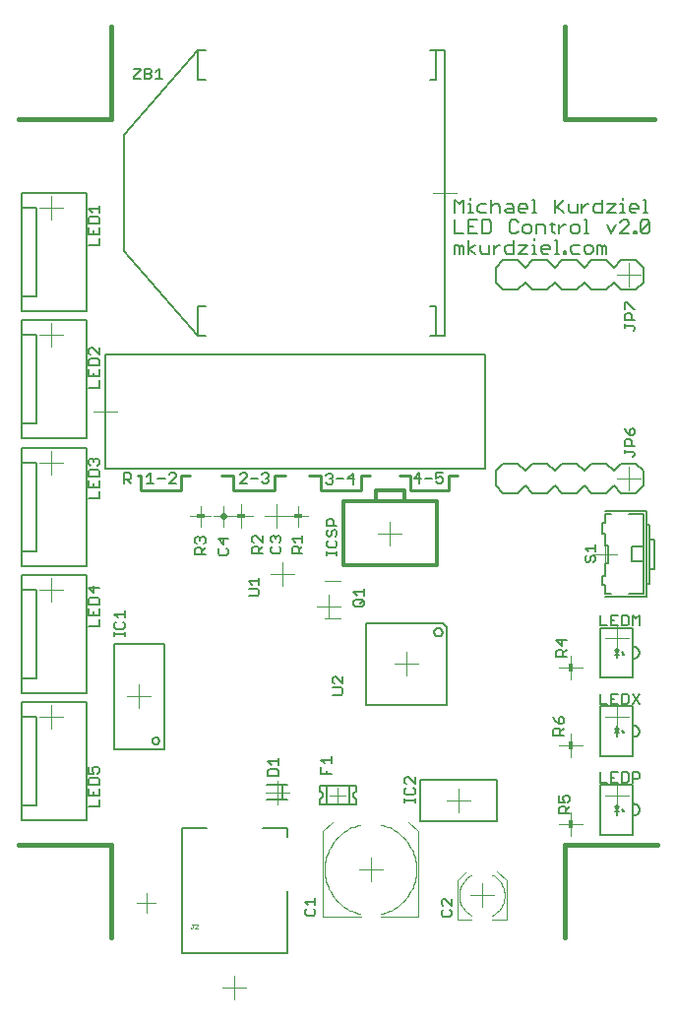
<source format=gto>
G75*
G70*
%OFA0B0*%
%FSLAX24Y24*%
%IPPOS*%
%LPD*%
%AMOC8*
5,1,8,0,0,1.08239X$1,22.5*
%
%ADD10C,0.0160*%
%ADD11C,0.0050*%
%ADD12C,0.0120*%
%ADD13C,0.0100*%
%ADD14C,0.0000*%
%ADD15C,0.0080*%
%ADD16C,0.0010*%
%ADD17C,0.0040*%
%ADD18R,0.0300X0.0180*%
%ADD19C,0.0220*%
%ADD20C,0.0060*%
%ADD21R,0.0180X0.0300*%
D10*
X003330Y002197D02*
X003330Y005346D01*
X000180Y005346D01*
X000180Y029896D02*
X003330Y029896D01*
X003330Y033046D01*
X018684Y033046D02*
X018684Y029896D01*
X021735Y029896D01*
X021834Y005346D02*
X018684Y005346D01*
X018684Y002197D01*
D11*
X019884Y005688D02*
X021004Y005688D01*
X021004Y007369D01*
X019884Y007369D01*
X019884Y005688D01*
X020456Y006350D02*
X020456Y006469D01*
X020377Y006469D01*
X020456Y006469D02*
X020534Y006469D01*
X020456Y006508D02*
X020534Y006626D01*
X020377Y006626D01*
X020456Y006508D01*
X020456Y006665D02*
X020456Y006705D01*
X020613Y006547D02*
X020692Y006469D01*
X020692Y006508D01*
X020692Y006469D02*
X020652Y006469D01*
X021018Y006333D02*
X021045Y006335D01*
X021071Y006340D01*
X021096Y006349D01*
X021120Y006362D01*
X021142Y006377D01*
X021162Y006396D01*
X021179Y006416D01*
X021193Y006439D01*
X021204Y006464D01*
X021211Y006490D01*
X021215Y006517D01*
X021215Y006543D01*
X021211Y006570D01*
X021204Y006596D01*
X021193Y006621D01*
X021179Y006644D01*
X021162Y006664D01*
X021142Y006683D01*
X021120Y006698D01*
X021096Y006711D01*
X021071Y006720D01*
X021045Y006725D01*
X021018Y006727D01*
X020979Y007446D02*
X020979Y007797D01*
X021154Y007797D01*
X021213Y007738D01*
X021213Y007621D01*
X021154Y007563D01*
X020979Y007563D01*
X020844Y007505D02*
X020844Y007738D01*
X020786Y007797D01*
X020611Y007797D01*
X020611Y007446D01*
X020786Y007446D01*
X020844Y007505D01*
X020476Y007446D02*
X020243Y007446D01*
X020243Y007797D01*
X020476Y007797D01*
X020359Y007621D02*
X020243Y007621D01*
X020108Y007446D02*
X019874Y007446D01*
X019874Y007797D01*
X019884Y008345D02*
X021004Y008345D01*
X021004Y010026D01*
X019884Y010026D01*
X019884Y008345D01*
X020456Y009008D02*
X020456Y009126D01*
X020377Y009126D01*
X020456Y009126D02*
X020534Y009126D01*
X020456Y009165D02*
X020534Y009283D01*
X020377Y009283D01*
X020456Y009165D01*
X020456Y009323D02*
X020456Y009362D01*
X020613Y009205D02*
X020692Y009126D01*
X020692Y009165D01*
X020692Y009126D02*
X020652Y009126D01*
X021018Y008991D02*
X021045Y008993D01*
X021071Y008998D01*
X021096Y009007D01*
X021120Y009020D01*
X021142Y009035D01*
X021162Y009054D01*
X021179Y009074D01*
X021193Y009097D01*
X021204Y009122D01*
X021211Y009148D01*
X021215Y009175D01*
X021215Y009201D01*
X021211Y009228D01*
X021204Y009254D01*
X021193Y009279D01*
X021179Y009302D01*
X021162Y009322D01*
X021142Y009341D01*
X021120Y009356D01*
X021096Y009369D01*
X021071Y009378D01*
X021045Y009383D01*
X021018Y009385D01*
X020979Y010104D02*
X021213Y010454D01*
X020979Y010454D02*
X021213Y010104D01*
X020844Y010162D02*
X020844Y010396D01*
X020786Y010454D01*
X020611Y010454D01*
X020611Y010104D01*
X020786Y010104D01*
X020844Y010162D01*
X020476Y010104D02*
X020243Y010104D01*
X020243Y010454D01*
X020476Y010454D01*
X020359Y010279D02*
X020243Y010279D01*
X020108Y010104D02*
X019874Y010104D01*
X019874Y010454D01*
X019884Y011002D02*
X021004Y011002D01*
X021004Y012684D01*
X019884Y012684D01*
X019884Y011002D01*
X020456Y011665D02*
X020456Y011783D01*
X020377Y011783D01*
X020456Y011783D02*
X020534Y011783D01*
X020456Y011823D02*
X020534Y011941D01*
X020377Y011941D01*
X020456Y011823D01*
X020456Y011980D02*
X020456Y012020D01*
X020613Y011862D02*
X020692Y011783D01*
X020692Y011823D01*
X020692Y011783D02*
X020652Y011783D01*
X021018Y011648D02*
X021045Y011650D01*
X021071Y011655D01*
X021096Y011664D01*
X021120Y011677D01*
X021142Y011692D01*
X021162Y011711D01*
X021179Y011731D01*
X021193Y011754D01*
X021204Y011779D01*
X021211Y011805D01*
X021215Y011832D01*
X021215Y011858D01*
X021211Y011885D01*
X021204Y011911D01*
X021193Y011936D01*
X021179Y011959D01*
X021162Y011979D01*
X021142Y011998D01*
X021120Y012013D01*
X021096Y012026D01*
X021071Y012035D01*
X021045Y012040D01*
X021018Y012042D01*
X020979Y012761D02*
X020979Y013112D01*
X021096Y012995D01*
X021213Y013112D01*
X021213Y012761D01*
X020844Y012820D02*
X020844Y013053D01*
X020786Y013112D01*
X020611Y013112D01*
X020611Y012761D01*
X020786Y012761D01*
X020844Y012820D01*
X020476Y012761D02*
X020243Y012761D01*
X020243Y013112D01*
X020476Y013112D01*
X020359Y012936D02*
X020243Y012936D01*
X020108Y012761D02*
X019874Y012761D01*
X019874Y013112D01*
X018753Y012258D02*
X018402Y012258D01*
X018577Y012083D01*
X018577Y012316D01*
X018577Y011948D02*
X018461Y011948D01*
X018402Y011890D01*
X018402Y011714D01*
X018753Y011714D01*
X018636Y011714D02*
X018636Y011890D01*
X018577Y011948D01*
X018636Y011831D02*
X018753Y011948D01*
X018596Y009659D02*
X018537Y009659D01*
X018479Y009600D01*
X018479Y009425D01*
X018596Y009425D01*
X018654Y009484D01*
X018654Y009600D01*
X018596Y009659D01*
X018362Y009542D02*
X018479Y009425D01*
X018479Y009290D02*
X018537Y009232D01*
X018537Y009057D01*
X018537Y009174D02*
X018654Y009290D01*
X018479Y009290D02*
X018362Y009290D01*
X018304Y009232D01*
X018304Y009057D01*
X018654Y009057D01*
X018362Y009542D02*
X018304Y009659D01*
X018501Y007001D02*
X018501Y006768D01*
X018676Y006768D01*
X018618Y006884D01*
X018618Y006943D01*
X018676Y007001D01*
X018793Y007001D01*
X018851Y006943D01*
X018851Y006826D01*
X018793Y006768D01*
X018851Y006633D02*
X018734Y006516D01*
X018734Y006575D02*
X018734Y006399D01*
X018851Y006399D02*
X018501Y006399D01*
X018501Y006575D01*
X018559Y006633D01*
X018676Y006633D01*
X018734Y006575D01*
X014856Y003507D02*
X014856Y003273D01*
X014622Y003507D01*
X014564Y003507D01*
X014505Y003448D01*
X014505Y003332D01*
X014564Y003273D01*
X014564Y003138D02*
X014505Y003080D01*
X014505Y002963D01*
X014564Y002905D01*
X014797Y002905D01*
X014856Y002963D01*
X014856Y003080D01*
X014797Y003138D01*
X013607Y006785D02*
X013607Y006902D01*
X013607Y006843D02*
X013257Y006843D01*
X013257Y006785D02*
X013257Y006902D01*
X013316Y007030D02*
X013549Y007030D01*
X013607Y007089D01*
X013607Y007206D01*
X013549Y007264D01*
X013607Y007399D02*
X013374Y007632D01*
X013316Y007632D01*
X013257Y007574D01*
X013257Y007457D01*
X013316Y007399D01*
X013316Y007264D02*
X013257Y007206D01*
X013257Y007089D01*
X013316Y007030D01*
X013607Y007399D02*
X013607Y007632D01*
X011633Y007339D02*
X011633Y007142D01*
X011613Y007140D01*
X011593Y007135D01*
X011574Y007126D01*
X011557Y007114D01*
X011543Y007100D01*
X011531Y007083D01*
X011522Y007064D01*
X011517Y007044D01*
X011515Y007024D01*
X011517Y007004D01*
X011522Y006984D01*
X011531Y006965D01*
X011543Y006948D01*
X011557Y006934D01*
X011574Y006922D01*
X011593Y006913D01*
X011613Y006908D01*
X011633Y006906D01*
X011633Y006709D01*
X011397Y006709D01*
X011397Y007339D01*
X011633Y007339D01*
X011397Y007339D02*
X010609Y007339D01*
X010609Y006709D01*
X010373Y006709D01*
X010373Y006906D01*
X010393Y006908D01*
X010413Y006913D01*
X010432Y006922D01*
X010449Y006934D01*
X010463Y006948D01*
X010475Y006965D01*
X010484Y006984D01*
X010489Y007004D01*
X010491Y007024D01*
X010489Y007044D01*
X010484Y007064D01*
X010475Y007083D01*
X010463Y007100D01*
X010449Y007114D01*
X010432Y007126D01*
X010413Y007135D01*
X010393Y007140D01*
X010373Y007142D01*
X010373Y007339D01*
X010609Y007339D01*
X010610Y007734D02*
X010610Y007850D01*
X010785Y007734D02*
X010435Y007734D01*
X010435Y007967D01*
X010551Y008102D02*
X010435Y008219D01*
X010785Y008219D01*
X010785Y008102D02*
X010785Y008336D01*
X010609Y006709D02*
X011397Y006709D01*
X010232Y003536D02*
X010232Y003303D01*
X010232Y003420D02*
X009881Y003420D01*
X009998Y003303D01*
X009940Y003168D02*
X009881Y003110D01*
X009881Y002993D01*
X009940Y002934D01*
X010173Y002934D01*
X010232Y002993D01*
X010232Y003110D01*
X010173Y003168D01*
X008976Y007680D02*
X008626Y007680D01*
X008626Y007855D01*
X008684Y007913D01*
X008917Y007913D01*
X008976Y007855D01*
X008976Y007680D01*
X008976Y008048D02*
X008976Y008282D01*
X008976Y008165D02*
X008626Y008165D01*
X008742Y008048D01*
X010819Y010424D02*
X011111Y010424D01*
X011169Y010483D01*
X011169Y010599D01*
X011111Y010658D01*
X010819Y010658D01*
X010877Y010793D02*
X010819Y010851D01*
X010819Y010968D01*
X010877Y011026D01*
X010936Y011026D01*
X011169Y010793D01*
X011169Y011026D01*
X011580Y013406D02*
X011521Y013465D01*
X011521Y013582D01*
X011580Y013640D01*
X011813Y013640D01*
X011872Y013582D01*
X011872Y013465D01*
X011813Y013406D01*
X011580Y013406D01*
X011755Y013523D02*
X011872Y013640D01*
X011872Y013775D02*
X011872Y014008D01*
X011872Y013892D02*
X011521Y013892D01*
X011638Y013775D01*
X010966Y015155D02*
X010966Y015272D01*
X010966Y015213D02*
X010616Y015213D01*
X010616Y015155D02*
X010616Y015272D01*
X010675Y015400D02*
X010908Y015400D01*
X010966Y015459D01*
X010966Y015576D01*
X010908Y015634D01*
X010908Y015769D02*
X010966Y015827D01*
X010966Y015944D01*
X010908Y016002D01*
X010850Y016002D01*
X010791Y015944D01*
X010791Y015827D01*
X010733Y015769D01*
X010675Y015769D01*
X010616Y015827D01*
X010616Y015944D01*
X010675Y016002D01*
X010616Y016137D02*
X010616Y016312D01*
X010675Y016371D01*
X010791Y016371D01*
X010850Y016312D01*
X010850Y016137D01*
X010966Y016137D02*
X010616Y016137D01*
X010675Y015634D02*
X010616Y015576D01*
X010616Y015459D01*
X010675Y015400D01*
X009792Y015447D02*
X009675Y015330D01*
X009675Y015388D02*
X009675Y015213D01*
X009792Y015213D02*
X009442Y015213D01*
X009442Y015388D01*
X009500Y015447D01*
X009617Y015447D01*
X009675Y015388D01*
X009558Y015581D02*
X009442Y015698D01*
X009792Y015698D01*
X009792Y015581D02*
X009792Y015815D01*
X009066Y015755D02*
X009066Y015639D01*
X009008Y015580D01*
X009008Y015446D02*
X009066Y015387D01*
X009066Y015270D01*
X009008Y015212D01*
X008775Y015212D01*
X008716Y015270D01*
X008716Y015387D01*
X008775Y015446D01*
X008775Y015580D02*
X008716Y015639D01*
X008716Y015755D01*
X008775Y015814D01*
X008833Y015814D01*
X008891Y015755D01*
X008950Y015814D01*
X009008Y015814D01*
X009066Y015755D01*
X008891Y015755D02*
X008891Y015697D01*
X008453Y015795D02*
X008453Y015562D01*
X008220Y015795D01*
X008162Y015795D01*
X008103Y015737D01*
X008103Y015620D01*
X008162Y015562D01*
X008162Y015427D02*
X008278Y015427D01*
X008337Y015369D01*
X008337Y015193D01*
X008453Y015193D02*
X008103Y015193D01*
X008103Y015369D01*
X008162Y015427D01*
X008337Y015310D02*
X008453Y015427D01*
X008334Y014377D02*
X008334Y014143D01*
X008334Y014260D02*
X007984Y014260D01*
X008101Y014143D01*
X007984Y014009D02*
X008276Y014009D01*
X008334Y013950D01*
X008334Y013833D01*
X008276Y013775D01*
X007984Y013775D01*
X007234Y015151D02*
X007292Y015210D01*
X007292Y015327D01*
X007234Y015385D01*
X007117Y015520D02*
X007117Y015753D01*
X007292Y015695D02*
X006942Y015695D01*
X007117Y015520D01*
X007000Y015385D02*
X006942Y015327D01*
X006942Y015210D01*
X007000Y015151D01*
X007234Y015151D01*
X006512Y015163D02*
X006162Y015163D01*
X006162Y015338D01*
X006221Y015397D01*
X006337Y015397D01*
X006396Y015338D01*
X006396Y015163D01*
X006396Y015280D02*
X006512Y015397D01*
X006454Y015532D02*
X006512Y015590D01*
X006512Y015707D01*
X006454Y015765D01*
X006396Y015765D01*
X006337Y015707D01*
X006337Y015648D01*
X006337Y015707D02*
X006279Y015765D01*
X006221Y015765D01*
X006162Y015707D01*
X006162Y015590D01*
X006221Y015532D01*
X005506Y017576D02*
X005272Y017576D01*
X005506Y017810D01*
X005506Y017868D01*
X005447Y017926D01*
X005331Y017926D01*
X005272Y017868D01*
X005138Y017751D02*
X004904Y017751D01*
X004769Y017576D02*
X004536Y017576D01*
X004652Y017576D02*
X004652Y017926D01*
X004536Y017810D01*
X003982Y017868D02*
X003982Y017751D01*
X003923Y017693D01*
X003748Y017693D01*
X003748Y017576D02*
X003748Y017926D01*
X003923Y017926D01*
X003982Y017868D01*
X003865Y017693D02*
X003982Y017576D01*
X003133Y018087D02*
X015991Y018087D01*
X015991Y021937D01*
X003133Y021937D01*
X003133Y018087D01*
X002911Y017996D02*
X002911Y017821D01*
X002561Y017821D01*
X002561Y017996D01*
X002619Y018054D01*
X002853Y018054D01*
X002911Y017996D01*
X002853Y018189D02*
X002911Y018247D01*
X002911Y018364D01*
X002853Y018423D01*
X002794Y018423D01*
X002736Y018364D01*
X002736Y018306D01*
X002736Y018364D02*
X002677Y018423D01*
X002619Y018423D01*
X002561Y018364D01*
X002561Y018247D01*
X002619Y018189D01*
X002561Y017686D02*
X002561Y017452D01*
X002911Y017452D01*
X002911Y017686D01*
X002736Y017569D02*
X002736Y017452D01*
X002911Y017318D02*
X002911Y017084D01*
X002561Y017084D01*
X002486Y018787D02*
X002486Y014787D01*
X000286Y014787D01*
X000286Y015287D01*
X000786Y015287D01*
X000786Y018287D01*
X000286Y018287D01*
X000286Y018787D01*
X002486Y018787D01*
X002486Y019091D02*
X002486Y023091D01*
X000286Y023091D01*
X000286Y022591D01*
X000786Y022591D01*
X000786Y019591D01*
X000286Y019591D01*
X000286Y022591D01*
X000286Y023394D02*
X000286Y023894D01*
X000786Y023894D01*
X000786Y026894D01*
X000286Y026894D01*
X000286Y027394D01*
X002486Y027394D01*
X002486Y023394D01*
X000286Y023394D01*
X000286Y023894D02*
X000286Y026894D01*
X002561Y026869D02*
X002911Y026869D01*
X002911Y026752D02*
X002911Y026986D01*
X002677Y026752D02*
X002561Y026869D01*
X002619Y026617D02*
X002561Y026559D01*
X002561Y026384D01*
X002911Y026384D01*
X002911Y026559D01*
X002853Y026617D01*
X002619Y026617D01*
X002561Y026249D02*
X002561Y026015D01*
X002911Y026015D01*
X002911Y026249D01*
X002736Y026132D02*
X002736Y026015D01*
X002911Y025881D02*
X002911Y025647D01*
X002561Y025647D01*
X002619Y022163D02*
X002561Y022104D01*
X002561Y021988D01*
X002619Y021929D01*
X002619Y021794D02*
X002561Y021736D01*
X002561Y021561D01*
X002911Y021561D01*
X002911Y021736D01*
X002853Y021794D01*
X002619Y021794D01*
X002911Y021929D02*
X002677Y022163D01*
X002619Y022163D01*
X002911Y022163D02*
X002911Y021929D01*
X002911Y021426D02*
X002911Y021193D01*
X002561Y021193D01*
X002561Y021426D01*
X002736Y021309D02*
X002736Y021193D01*
X002911Y021058D02*
X002911Y020824D01*
X002561Y020824D01*
X002486Y019091D02*
X000286Y019091D01*
X000286Y019591D01*
X000286Y018287D02*
X000286Y015287D01*
X000286Y014484D02*
X000286Y013984D01*
X000786Y013984D01*
X000786Y010984D01*
X000286Y010984D01*
X000286Y013984D01*
X000286Y014484D02*
X002486Y014484D01*
X002486Y010484D01*
X000286Y010484D01*
X000286Y010984D01*
X000286Y010181D02*
X000286Y009681D01*
X000786Y009681D01*
X000786Y006681D01*
X000286Y006681D01*
X000286Y009681D01*
X000286Y010181D02*
X002486Y010181D01*
X002486Y006181D01*
X000286Y006181D01*
X000286Y006681D01*
X002561Y006651D02*
X002911Y006651D01*
X002911Y006885D01*
X002911Y007019D02*
X002911Y007253D01*
X002911Y007388D02*
X002911Y007563D01*
X002853Y007621D01*
X002619Y007621D01*
X002561Y007563D01*
X002561Y007388D01*
X002911Y007388D01*
X002736Y007136D02*
X002736Y007019D01*
X002561Y007019D02*
X002911Y007019D01*
X002561Y007019D02*
X002561Y007253D01*
X002561Y007756D02*
X002736Y007756D01*
X002677Y007873D01*
X002677Y007931D01*
X002736Y007989D01*
X002853Y007989D01*
X002911Y007931D01*
X002911Y007814D01*
X002853Y007756D01*
X002561Y007756D02*
X002561Y007989D01*
X003422Y012411D02*
X003422Y012528D01*
X003422Y012469D02*
X003773Y012469D01*
X003773Y012411D02*
X003773Y012528D01*
X003714Y012656D02*
X003773Y012715D01*
X003773Y012832D01*
X003714Y012890D01*
X003773Y013025D02*
X003773Y013258D01*
X003773Y013141D02*
X003422Y013141D01*
X003539Y013025D01*
X003481Y012890D02*
X003422Y012832D01*
X003422Y012715D01*
X003481Y012656D01*
X003714Y012656D01*
X002911Y012753D02*
X002911Y012987D01*
X002911Y013122D02*
X002911Y013355D01*
X002911Y013490D02*
X002911Y013665D01*
X002853Y013724D01*
X002619Y013724D01*
X002561Y013665D01*
X002561Y013490D01*
X002911Y013490D01*
X002736Y013238D02*
X002736Y013122D01*
X002561Y013122D02*
X002911Y013122D01*
X002911Y012753D02*
X002561Y012753D01*
X002561Y013122D02*
X002561Y013355D01*
X002736Y013858D02*
X002736Y014092D01*
X002911Y014033D02*
X002561Y014033D01*
X002736Y013858D01*
X007685Y017576D02*
X007919Y017810D01*
X007919Y017868D01*
X007860Y017926D01*
X007744Y017926D01*
X007685Y017868D01*
X007685Y017576D02*
X007919Y017576D01*
X008054Y017751D02*
X008287Y017751D01*
X008422Y017635D02*
X008480Y017576D01*
X008597Y017576D01*
X008655Y017635D01*
X008655Y017693D01*
X008597Y017751D01*
X008539Y017751D01*
X008597Y017751D02*
X008655Y017810D01*
X008655Y017868D01*
X008597Y017926D01*
X008480Y017926D01*
X008422Y017868D01*
X010599Y017848D02*
X010657Y017907D01*
X010774Y017907D01*
X010832Y017848D01*
X010832Y017790D01*
X010774Y017732D01*
X010832Y017673D01*
X010832Y017615D01*
X010774Y017556D01*
X010657Y017556D01*
X010599Y017615D01*
X010715Y017732D02*
X010774Y017732D01*
X010967Y017732D02*
X011201Y017732D01*
X011335Y017732D02*
X011569Y017732D01*
X011510Y017907D02*
X011335Y017732D01*
X011510Y017907D02*
X011510Y017556D01*
X013591Y017751D02*
X013824Y017751D01*
X013959Y017751D02*
X014193Y017751D01*
X014327Y017751D02*
X014444Y017810D01*
X014503Y017810D01*
X014561Y017751D01*
X014561Y017635D01*
X014503Y017576D01*
X014386Y017576D01*
X014327Y017635D01*
X014327Y017751D02*
X014327Y017926D01*
X014561Y017926D01*
X013766Y017926D02*
X013766Y017576D01*
X013591Y017751D02*
X013766Y017926D01*
X014969Y025352D02*
X014969Y025652D01*
X015044Y025652D01*
X015119Y025577D01*
X015194Y025652D01*
X015269Y025577D01*
X015269Y025352D01*
X015119Y025352D02*
X015119Y025577D01*
X015429Y025502D02*
X015654Y025652D01*
X015813Y025652D02*
X015813Y025427D01*
X015888Y025352D01*
X016113Y025352D01*
X016113Y025652D01*
X016273Y025652D02*
X016273Y025352D01*
X016273Y025502D02*
X016423Y025652D01*
X016498Y025652D01*
X016657Y025577D02*
X016732Y025652D01*
X016957Y025652D01*
X016957Y025802D02*
X016957Y025352D01*
X016732Y025352D01*
X016657Y025427D01*
X016657Y025577D01*
X017117Y025652D02*
X017418Y025652D01*
X017117Y025352D01*
X017418Y025352D01*
X017578Y025352D02*
X017728Y025352D01*
X017653Y025352D02*
X017653Y025652D01*
X017578Y025652D01*
X017653Y025802D02*
X017653Y025877D01*
X017731Y026041D02*
X017731Y026341D01*
X017956Y026341D01*
X018031Y026266D01*
X018031Y026041D01*
X018267Y026116D02*
X018267Y026416D01*
X018192Y026341D02*
X018342Y026341D01*
X018498Y026341D02*
X018498Y026041D01*
X018498Y026191D02*
X018649Y026341D01*
X018724Y026341D01*
X018882Y026266D02*
X018882Y026116D01*
X018957Y026041D01*
X019107Y026041D01*
X019182Y026116D01*
X019182Y026266D01*
X019107Y026341D01*
X018957Y026341D01*
X018882Y026266D01*
X018880Y026730D02*
X019106Y026730D01*
X019106Y027030D01*
X019266Y027030D02*
X019266Y026730D01*
X019266Y026880D02*
X019416Y027030D01*
X019491Y027030D01*
X019649Y026955D02*
X019649Y026805D01*
X019724Y026730D01*
X019950Y026730D01*
X019950Y027180D01*
X019950Y027030D02*
X019724Y027030D01*
X019649Y026955D01*
X020110Y027030D02*
X020410Y027030D01*
X020110Y026730D01*
X020410Y026730D01*
X020570Y026730D02*
X020720Y026730D01*
X020645Y026730D02*
X020645Y027030D01*
X020570Y027030D01*
X020645Y027180D02*
X020645Y027255D01*
X020877Y026955D02*
X020952Y027030D01*
X021102Y027030D01*
X021177Y026955D01*
X021177Y026880D01*
X020877Y026880D01*
X020877Y026805D02*
X020877Y026955D01*
X020877Y026805D02*
X020952Y026730D01*
X021102Y026730D01*
X021338Y026730D02*
X021488Y026730D01*
X021413Y026730D02*
X021413Y027180D01*
X021338Y027180D01*
X021336Y026491D02*
X021486Y026491D01*
X021561Y026416D01*
X021261Y026116D01*
X021336Y026041D01*
X021486Y026041D01*
X021561Y026116D01*
X021561Y026416D01*
X021336Y026491D02*
X021261Y026416D01*
X021261Y026116D01*
X021106Y026116D02*
X021106Y026041D01*
X021031Y026041D01*
X021031Y026116D01*
X021106Y026116D01*
X020870Y026041D02*
X020570Y026041D01*
X020870Y026341D01*
X020870Y026416D01*
X020795Y026491D01*
X020645Y026491D01*
X020570Y026416D01*
X020410Y026341D02*
X020260Y026041D01*
X020110Y026341D01*
X020028Y025652D02*
X020103Y025577D01*
X020103Y025352D01*
X019953Y025352D02*
X019953Y025577D01*
X020028Y025652D01*
X019953Y025577D02*
X019878Y025652D01*
X019803Y025652D01*
X019803Y025352D01*
X019643Y025427D02*
X019643Y025577D01*
X019568Y025652D01*
X019418Y025652D01*
X019343Y025577D01*
X019343Y025427D01*
X019418Y025352D01*
X019568Y025352D01*
X019643Y025427D01*
X019182Y025352D02*
X018957Y025352D01*
X018882Y025427D01*
X018882Y025577D01*
X018957Y025652D01*
X019182Y025652D01*
X019343Y026041D02*
X019493Y026041D01*
X019418Y026041D02*
X019418Y026491D01*
X019343Y026491D01*
X018880Y026730D02*
X018805Y026805D01*
X018805Y027030D01*
X018645Y027180D02*
X018345Y026880D01*
X018420Y026955D02*
X018645Y026730D01*
X018345Y026730D02*
X018345Y027180D01*
X017653Y027180D02*
X017653Y026730D01*
X017578Y026730D02*
X017728Y026730D01*
X017418Y026880D02*
X017418Y026955D01*
X017342Y027030D01*
X017192Y027030D01*
X017117Y026955D01*
X017117Y026805D01*
X017192Y026730D01*
X017342Y026730D01*
X017418Y026880D02*
X017117Y026880D01*
X016957Y026880D02*
X016732Y026880D01*
X016657Y026805D01*
X016732Y026730D01*
X016957Y026730D01*
X016957Y026955D01*
X016882Y027030D01*
X016732Y027030D01*
X016497Y026955D02*
X016497Y026730D01*
X016497Y026955D02*
X016422Y027030D01*
X016272Y027030D01*
X016196Y026955D01*
X016036Y027030D02*
X015811Y027030D01*
X015736Y026955D01*
X015736Y026805D01*
X015811Y026730D01*
X016036Y026730D01*
X016196Y026730D02*
X016196Y027180D01*
X016115Y026491D02*
X015890Y026491D01*
X015890Y026041D01*
X016115Y026041D01*
X016190Y026116D01*
X016190Y026416D01*
X016115Y026491D01*
X015729Y026491D02*
X015429Y026491D01*
X015429Y026041D01*
X015729Y026041D01*
X015579Y026266D02*
X015429Y026266D01*
X015269Y026041D02*
X014969Y026041D01*
X014969Y026491D01*
X014969Y026730D02*
X014969Y027180D01*
X015119Y027030D01*
X015269Y027180D01*
X015269Y026730D01*
X015429Y026730D02*
X015579Y026730D01*
X015504Y026730D02*
X015504Y027030D01*
X015429Y027030D01*
X015504Y027180D02*
X015504Y027255D01*
X015429Y025802D02*
X015429Y025352D01*
X015429Y025502D02*
X015654Y025352D01*
X016810Y026116D02*
X016885Y026041D01*
X017036Y026041D01*
X017111Y026116D01*
X017271Y026116D02*
X017271Y026266D01*
X017346Y026341D01*
X017496Y026341D01*
X017571Y026266D01*
X017571Y026116D01*
X017496Y026041D01*
X017346Y026041D01*
X017271Y026116D01*
X017111Y026416D02*
X017036Y026491D01*
X016885Y026491D01*
X016810Y026416D01*
X016810Y026116D01*
X017578Y027180D02*
X017653Y027180D01*
X018267Y026116D02*
X018342Y026041D01*
X018345Y025802D02*
X018420Y025802D01*
X018420Y025352D01*
X018345Y025352D02*
X018495Y025352D01*
X018652Y025352D02*
X018727Y025352D01*
X018727Y025427D01*
X018652Y025427D01*
X018652Y025352D01*
X018185Y025502D02*
X017885Y025502D01*
X017885Y025577D02*
X017960Y025652D01*
X018110Y025652D01*
X018185Y025577D01*
X018185Y025502D01*
X018110Y025352D02*
X017960Y025352D01*
X017885Y025427D01*
X017885Y025577D01*
X020715Y023710D02*
X020715Y023476D01*
X020773Y023341D02*
X020890Y023341D01*
X020949Y023283D01*
X020949Y023108D01*
X021065Y023108D02*
X020715Y023108D01*
X020715Y023283D01*
X020773Y023341D01*
X021007Y023476D02*
X020773Y023710D01*
X020715Y023710D01*
X021007Y023476D02*
X021065Y023476D01*
X020715Y022973D02*
X020715Y022856D01*
X020715Y022915D02*
X021007Y022915D01*
X021065Y022856D01*
X021065Y022798D01*
X021007Y022739D01*
X021000Y019448D02*
X020942Y019448D01*
X020883Y019389D01*
X020883Y019214D01*
X021000Y019214D01*
X021058Y019273D01*
X021058Y019389D01*
X021000Y019448D01*
X020767Y019331D02*
X020883Y019214D01*
X020883Y019079D02*
X020942Y019021D01*
X020942Y018846D01*
X021058Y018846D02*
X020708Y018846D01*
X020708Y019021D01*
X020767Y019079D01*
X020883Y019079D01*
X020767Y019331D02*
X020708Y019448D01*
X020708Y018711D02*
X020708Y018594D01*
X020708Y018653D02*
X021000Y018653D01*
X021058Y018594D01*
X021058Y018536D01*
X021000Y018478D01*
X019726Y015505D02*
X019726Y015271D01*
X019726Y015388D02*
X019376Y015388D01*
X019492Y015271D01*
X019434Y015136D02*
X019376Y015078D01*
X019376Y014961D01*
X019434Y014903D01*
X019492Y014903D01*
X019551Y014961D01*
X019551Y015078D01*
X019609Y015136D01*
X019667Y015136D01*
X019726Y015078D01*
X019726Y014961D01*
X019667Y014903D01*
X005062Y031267D02*
X004829Y031267D01*
X004946Y031267D02*
X004946Y031617D01*
X004829Y031500D01*
X004694Y031500D02*
X004636Y031442D01*
X004460Y031442D01*
X004460Y031267D02*
X004460Y031617D01*
X004636Y031617D01*
X004694Y031559D01*
X004694Y031500D01*
X004636Y031442D02*
X004694Y031383D01*
X004694Y031325D01*
X004636Y031267D01*
X004460Y031267D01*
X004326Y031267D02*
X004092Y031267D01*
X004092Y031325D01*
X004326Y031559D01*
X004326Y031617D01*
X004092Y031617D01*
D12*
X012286Y017354D02*
X012286Y016961D01*
X011204Y016961D01*
X011204Y014795D01*
X014353Y014795D01*
X014353Y016961D01*
X013271Y016961D01*
X013271Y017354D01*
X012286Y017354D01*
X012286Y016961D02*
X013271Y016961D01*
D13*
X013467Y017354D02*
X014747Y017354D01*
X014747Y017846D01*
X015042Y017846D01*
X013467Y017846D02*
X013467Y017354D01*
X013467Y017846D02*
X013074Y017846D01*
X012089Y017846D02*
X011794Y017846D01*
X011794Y017354D01*
X010416Y017354D01*
X010416Y017846D01*
X010023Y017846D01*
X009235Y017846D02*
X008841Y017846D01*
X008841Y017354D01*
X007463Y017354D01*
X007463Y017846D01*
X007070Y017846D01*
X005987Y017846D02*
X005692Y017846D01*
X005692Y017354D01*
X004314Y017354D01*
X004314Y017846D01*
X004215Y017846D01*
D14*
X003133Y019612D02*
X003133Y020412D01*
X002733Y020012D02*
X003533Y020012D01*
X001686Y018287D02*
X000886Y018287D01*
X001286Y017887D02*
X001286Y018687D01*
X001286Y022191D02*
X001286Y022991D01*
X000886Y022591D02*
X001686Y022591D01*
X001286Y026494D02*
X001286Y027294D01*
X000886Y026894D02*
X001686Y026894D01*
X006345Y016822D02*
X006345Y016122D01*
X005995Y016472D02*
X006695Y016472D01*
X006775Y016461D02*
X007475Y016461D01*
X007319Y016461D02*
X008119Y016461D01*
X007719Y016061D02*
X007719Y016861D01*
X007125Y016811D02*
X007125Y016111D01*
X008528Y016461D02*
X009328Y016461D01*
X009299Y016461D02*
X009999Y016461D01*
X009649Y016111D02*
X009649Y016811D01*
X008928Y016861D02*
X008928Y016061D01*
X009109Y014900D02*
X009109Y014100D01*
X008709Y014500D02*
X009509Y014500D01*
X010300Y013413D02*
X011100Y013413D01*
X010700Y013013D02*
X010700Y013813D01*
X012367Y015870D02*
X013167Y015870D01*
X012767Y015470D02*
X012767Y016270D01*
X013322Y011861D02*
X013322Y011061D01*
X012922Y011461D02*
X013722Y011461D01*
X015093Y007235D02*
X015093Y006435D01*
X014693Y006835D02*
X015493Y006835D01*
X015881Y004030D02*
X015881Y003230D01*
X015481Y003630D02*
X016281Y003630D01*
X018484Y006035D02*
X019278Y006035D01*
X018881Y005638D02*
X018881Y006432D01*
X018881Y008293D02*
X018881Y009093D01*
X018481Y008693D02*
X019281Y008693D01*
X020056Y009677D02*
X020856Y009677D01*
X020456Y009277D02*
X020456Y010077D01*
X019281Y011350D02*
X018481Y011350D01*
X018881Y010950D02*
X018881Y011750D01*
X020056Y012335D02*
X020856Y012335D01*
X020456Y011935D02*
X020456Y012735D01*
X020062Y014789D02*
X020062Y015589D01*
X019662Y015189D02*
X020462Y015189D01*
X020849Y017348D02*
X020849Y018148D01*
X020449Y017748D02*
X021249Y017748D01*
X020849Y024238D02*
X020849Y025038D01*
X020449Y024638D02*
X021249Y024638D01*
X015017Y027409D02*
X014217Y027409D01*
X014617Y027009D02*
X014617Y027809D01*
X004259Y010758D02*
X004259Y009958D01*
X003859Y010358D02*
X004659Y010358D01*
X001686Y009681D02*
X000886Y009681D01*
X001286Y009281D02*
X001286Y010081D01*
X001286Y013584D02*
X001286Y014384D01*
X000886Y013984D02*
X001686Y013984D01*
X008540Y007118D02*
X009340Y007118D01*
X008940Y006718D02*
X008940Y007518D01*
X010736Y007024D02*
X011270Y007024D01*
X011003Y007290D02*
X011003Y006757D01*
X012105Y004908D02*
X012105Y004108D01*
X011705Y004508D02*
X012505Y004508D01*
X007903Y000500D02*
X007103Y000500D01*
X007503Y000100D02*
X007503Y000900D01*
X004837Y003378D02*
X004184Y003378D01*
X004511Y003051D02*
X004511Y003705D01*
X020056Y007020D02*
X020856Y007020D01*
X020456Y006620D02*
X020456Y007420D01*
D15*
X016384Y007535D02*
X016384Y006135D01*
X013803Y006135D01*
X013803Y007535D01*
X016384Y007535D01*
X016599Y017248D02*
X016349Y017498D01*
X016349Y017998D01*
X016599Y018248D01*
X017099Y018248D01*
X017349Y017998D01*
X017599Y018248D01*
X018099Y018248D01*
X018349Y017998D01*
X018599Y018248D01*
X019099Y018248D01*
X019349Y017998D01*
X019599Y018248D01*
X020099Y018248D01*
X020349Y017998D01*
X020599Y018248D01*
X021099Y018248D01*
X021349Y017998D01*
X021349Y017498D01*
X021099Y017248D01*
X020599Y017248D01*
X020349Y017498D01*
X020099Y017248D01*
X019599Y017248D01*
X019349Y017498D01*
X019099Y017248D01*
X018599Y017248D01*
X018349Y017498D01*
X018099Y017248D01*
X017599Y017248D01*
X017349Y017498D01*
X017099Y017248D01*
X016599Y017248D01*
X014617Y022587D02*
X014322Y022587D01*
X014322Y023571D01*
X014105Y023571D01*
X014105Y022587D02*
X014322Y022587D01*
X014617Y022587D02*
X014617Y032232D01*
X014322Y032232D01*
X014105Y032232D01*
X014322Y032232D02*
X014322Y031248D01*
X014105Y031248D01*
X016599Y025138D02*
X017099Y025138D01*
X017349Y024888D01*
X017599Y025138D01*
X018099Y025138D01*
X018349Y024888D01*
X018599Y025138D01*
X019099Y025138D01*
X019349Y024888D01*
X019599Y025138D01*
X020099Y025138D01*
X020349Y024888D01*
X020599Y025138D01*
X021099Y025138D01*
X021349Y024888D01*
X021349Y024388D01*
X021099Y024138D01*
X020599Y024138D01*
X020349Y024388D01*
X020099Y024138D01*
X019599Y024138D01*
X019349Y024388D01*
X019099Y024138D01*
X018599Y024138D01*
X018349Y024388D01*
X018099Y024138D01*
X017599Y024138D01*
X017349Y024388D01*
X017099Y024138D01*
X016599Y024138D01*
X016349Y024388D01*
X016349Y024888D01*
X016599Y025138D01*
X006507Y023571D02*
X006251Y023571D01*
X006251Y022587D01*
X006507Y022587D01*
X006251Y022587D02*
X003751Y025441D01*
X003751Y029378D01*
X006251Y032232D01*
X006251Y031248D01*
X006507Y031248D01*
X006507Y032232D02*
X006251Y032232D01*
X005105Y012130D02*
X003412Y012130D01*
X003412Y008587D01*
X005105Y008587D01*
X005105Y012130D01*
X004712Y008862D02*
X004714Y008883D01*
X004720Y008903D01*
X004729Y008923D01*
X004741Y008940D01*
X004756Y008954D01*
X004774Y008966D01*
X004794Y008974D01*
X004814Y008979D01*
X004835Y008980D01*
X004856Y008977D01*
X004876Y008971D01*
X004895Y008960D01*
X004912Y008947D01*
X004925Y008931D01*
X004936Y008913D01*
X004944Y008893D01*
X004948Y008873D01*
X004948Y008851D01*
X004944Y008831D01*
X004936Y008811D01*
X004925Y008793D01*
X004912Y008777D01*
X004895Y008764D01*
X004876Y008753D01*
X004856Y008747D01*
X004835Y008744D01*
X004814Y008745D01*
X004794Y008750D01*
X004774Y008758D01*
X004756Y008770D01*
X004741Y008784D01*
X004729Y008801D01*
X004720Y008821D01*
X004714Y008841D01*
X004712Y008862D01*
X005731Y005894D02*
X006558Y005894D01*
X005731Y005894D02*
X005731Y001681D01*
X009274Y001681D01*
X009274Y003768D01*
X009274Y005618D02*
X009274Y005894D01*
X008448Y005894D01*
X008586Y006862D02*
X009137Y006862D01*
X009137Y007374D01*
X008586Y007374D01*
X009137Y007374D02*
X009294Y007374D01*
X009294Y006862D02*
X009137Y006862D01*
D16*
X006230Y002655D02*
X006180Y002655D01*
X006155Y002630D01*
X006108Y002655D02*
X006058Y002655D01*
X006083Y002655D02*
X006083Y002530D01*
X006058Y002505D01*
X006033Y002505D01*
X006008Y002530D01*
X006155Y002505D02*
X006255Y002605D01*
X006255Y002630D01*
X006230Y002655D01*
X006255Y002505D02*
X006155Y002505D01*
D17*
X010491Y002894D02*
X010491Y005807D01*
X010806Y006122D01*
X011760Y006024D02*
X011685Y006005D01*
X011611Y005982D01*
X011538Y005955D01*
X011467Y005925D01*
X011397Y005892D01*
X011329Y005855D01*
X011262Y005814D01*
X011198Y005771D01*
X011136Y005724D01*
X011077Y005674D01*
X011020Y005621D01*
X010966Y005566D01*
X010914Y005508D01*
X010866Y005447D01*
X010821Y005384D01*
X010778Y005319D01*
X010740Y005252D01*
X010704Y005183D01*
X010672Y005112D01*
X010644Y005040D01*
X010619Y004967D01*
X010598Y004892D01*
X010581Y004816D01*
X010567Y004740D01*
X010558Y004663D01*
X010552Y004586D01*
X010550Y004508D01*
X010552Y004430D01*
X010558Y004353D01*
X010567Y004276D01*
X010581Y004200D01*
X010598Y004124D01*
X010619Y004049D01*
X010644Y003976D01*
X010672Y003904D01*
X010704Y003833D01*
X010740Y003764D01*
X010778Y003697D01*
X010821Y003632D01*
X010866Y003569D01*
X010914Y003508D01*
X010966Y003450D01*
X011020Y003395D01*
X011077Y003342D01*
X011136Y003292D01*
X011198Y003245D01*
X011262Y003202D01*
X011329Y003161D01*
X011397Y003124D01*
X011467Y003091D01*
X011538Y003061D01*
X011611Y003034D01*
X011685Y003011D01*
X011760Y002992D01*
X011780Y002894D02*
X010491Y002894D01*
X012450Y002992D02*
X012525Y003011D01*
X012599Y003034D01*
X012672Y003061D01*
X012743Y003091D01*
X012813Y003124D01*
X012881Y003161D01*
X012948Y003202D01*
X013012Y003245D01*
X013074Y003292D01*
X013133Y003342D01*
X013190Y003395D01*
X013244Y003450D01*
X013296Y003508D01*
X013344Y003569D01*
X013389Y003632D01*
X013432Y003697D01*
X013470Y003764D01*
X013506Y003833D01*
X013538Y003904D01*
X013566Y003976D01*
X013591Y004049D01*
X013612Y004124D01*
X013629Y004200D01*
X013643Y004276D01*
X013652Y004353D01*
X013658Y004430D01*
X013660Y004508D01*
X013658Y004586D01*
X013652Y004663D01*
X013643Y004740D01*
X013629Y004816D01*
X013612Y004892D01*
X013591Y004967D01*
X013566Y005040D01*
X013538Y005112D01*
X013506Y005183D01*
X013470Y005252D01*
X013432Y005319D01*
X013389Y005384D01*
X013344Y005447D01*
X013296Y005508D01*
X013244Y005566D01*
X013190Y005621D01*
X013133Y005674D01*
X013074Y005724D01*
X013012Y005771D01*
X012948Y005814D01*
X012881Y005855D01*
X012813Y005892D01*
X012743Y005925D01*
X012672Y005955D01*
X012599Y005982D01*
X012525Y006005D01*
X012450Y006024D01*
X013404Y006122D02*
X013719Y005807D01*
X013719Y002894D01*
X012440Y002894D01*
X015054Y002803D02*
X015054Y004142D01*
X015369Y004457D01*
X016225Y004319D02*
X016273Y004292D01*
X016319Y004262D01*
X016363Y004229D01*
X016404Y004193D01*
X016443Y004154D01*
X016479Y004113D01*
X016511Y004069D01*
X016541Y004022D01*
X016567Y003974D01*
X016590Y003924D01*
X016609Y003873D01*
X016624Y003820D01*
X016636Y003766D01*
X016644Y003712D01*
X016648Y003657D01*
X016648Y003603D01*
X016644Y003548D01*
X016636Y003494D01*
X016624Y003440D01*
X016609Y003387D01*
X016590Y003336D01*
X016567Y003286D01*
X016541Y003238D01*
X016511Y003191D01*
X016479Y003147D01*
X016443Y003106D01*
X016404Y003067D01*
X016363Y003031D01*
X016319Y002998D01*
X016273Y002968D01*
X016225Y002941D01*
X016235Y002803D02*
X016708Y002803D01*
X016708Y004142D01*
X016393Y004457D01*
X015536Y004319D02*
X015488Y004292D01*
X015442Y004262D01*
X015398Y004229D01*
X015357Y004193D01*
X015318Y004154D01*
X015282Y004113D01*
X015250Y004069D01*
X015220Y004022D01*
X015194Y003974D01*
X015171Y003924D01*
X015152Y003873D01*
X015137Y003820D01*
X015125Y003766D01*
X015117Y003712D01*
X015113Y003657D01*
X015113Y003603D01*
X015117Y003548D01*
X015125Y003494D01*
X015137Y003440D01*
X015152Y003387D01*
X015171Y003336D01*
X015194Y003286D01*
X015220Y003238D01*
X015250Y003191D01*
X015282Y003147D01*
X015318Y003106D01*
X015357Y003067D01*
X015398Y003031D01*
X015442Y002998D01*
X015488Y002968D01*
X015536Y002941D01*
X015526Y002803D02*
X015054Y002803D01*
X011074Y013020D02*
X010562Y013020D01*
X010562Y014280D02*
X011074Y014280D01*
D18*
X009649Y016461D03*
X007719Y016461D03*
X006345Y016472D03*
D19*
X007113Y016461D02*
X007137Y016461D01*
D20*
X011942Y012841D02*
X011942Y010081D01*
X014702Y010081D01*
X014702Y012701D01*
X014562Y012841D01*
X011942Y012841D01*
X014261Y012541D02*
X014263Y012564D01*
X014269Y012587D01*
X014278Y012608D01*
X014291Y012628D01*
X014307Y012645D01*
X014325Y012659D01*
X014345Y012670D01*
X014367Y012678D01*
X014390Y012682D01*
X014414Y012682D01*
X014437Y012678D01*
X014459Y012670D01*
X014479Y012659D01*
X014497Y012645D01*
X014513Y012628D01*
X014526Y012608D01*
X014535Y012587D01*
X014541Y012564D01*
X014543Y012541D01*
X014541Y012518D01*
X014535Y012495D01*
X014526Y012474D01*
X014513Y012454D01*
X014497Y012437D01*
X014479Y012423D01*
X014459Y012412D01*
X014437Y012404D01*
X014414Y012400D01*
X014390Y012400D01*
X014367Y012404D01*
X014345Y012412D01*
X014325Y012423D01*
X014307Y012437D01*
X014291Y012454D01*
X014278Y012474D01*
X014269Y012495D01*
X014263Y012518D01*
X014261Y012541D01*
X019962Y014139D02*
X019962Y014439D01*
X020062Y014439D01*
X020062Y014889D01*
X020162Y014889D01*
X020162Y015489D01*
X020062Y015489D01*
X020062Y015889D01*
X019962Y015889D01*
X019962Y016239D01*
X020062Y016239D01*
X020062Y016539D01*
X020262Y016539D01*
X020062Y016639D02*
X021462Y016639D01*
X021462Y016189D01*
X021462Y013739D01*
X020062Y013739D01*
X020062Y013839D02*
X020262Y013839D01*
X020062Y013839D02*
X020062Y014139D01*
X019962Y014139D01*
X020862Y013839D02*
X021362Y013839D01*
X021362Y014939D01*
X021362Y015439D01*
X021362Y016539D01*
X020862Y016539D01*
X021462Y016189D02*
X021562Y016189D01*
X021562Y015689D01*
X021712Y015689D01*
X021712Y014689D01*
X021562Y014689D01*
X021562Y015689D01*
X021362Y015439D02*
X020962Y015439D01*
X020962Y014939D01*
X021362Y014939D01*
X021562Y014689D02*
X021562Y014189D01*
X021462Y014189D01*
D21*
X018881Y011350D03*
X018881Y008693D03*
X018881Y006035D03*
M02*

</source>
